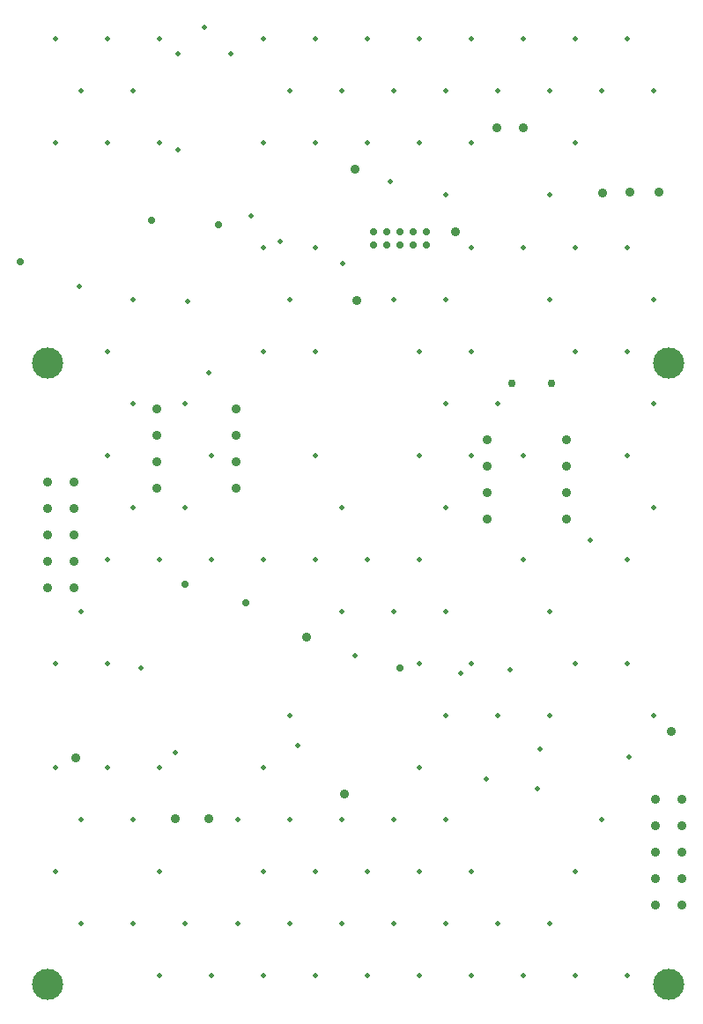
<source format=gbr>
%TF.GenerationSoftware,Altium Limited,Altium Designer,18.0.9 (584)*%
G04 Layer_Color=0*
%FSLAX26Y26*%
%MOIN*%
%TF.FileFunction,Plated,1,4,PTH,Drill*%
%TF.Part,Single*%
G01*
G75*
%TA.AperFunction,ComponentDrill*%
%ADD87C,0.035433*%
%ADD88C,0.035827*%
%ADD89C,0.035827*%
%ADD90C,0.030000*%
%ADD91C,0.020000*%
%ADD92C,0.035433*%
%TA.AperFunction,OtherDrill,Free Pad (150.11mil,150.11mil)*%
%ADD93C,0.118110*%
%TA.AperFunction,OtherDrill,Free Pad (2500.11mil,150.11mil)*%
%ADD94C,0.118110*%
%TA.AperFunction,OtherDrill,Free Pad (150.11mil,2500.11mil)*%
%ADD95C,0.118110*%
%TA.AperFunction,OtherDrill,Free Pad (2500.11mil,2500.11mil)*%
%ADD96C,0.118110*%
%TA.AperFunction,ComponentDrill*%
%ADD97C,0.028000*%
%TA.AperFunction,ViaDrill,NotFilled*%
%ADD98C,0.019685*%
%ADD99C,0.028000*%
%ADD100C,0.020000*%
D87*
X634913Y774110D02*
D03*
X1315110Y3231110D02*
D03*
X1323110Y2735110D02*
D03*
X2466110Y3145110D02*
D03*
X2355110Y3145110D02*
D03*
X2250110Y3143810D02*
D03*
X1694110Y2997110D02*
D03*
X1132110Y1463110D02*
D03*
X760110Y774110D02*
D03*
X257759Y1005858D02*
D03*
X1275110Y868110D02*
D03*
X2511110Y1107110D02*
D03*
D88*
X150110Y2050110D02*
D03*
Y1950110D02*
D03*
Y1850110D02*
D03*
Y1750110D02*
D03*
Y1650110D02*
D03*
X250110Y2050110D02*
D03*
Y1950110D02*
D03*
Y1850110D02*
D03*
Y1750110D02*
D03*
Y1650110D02*
D03*
X2450110Y850110D02*
D03*
Y750110D02*
D03*
Y650110D02*
D03*
Y550110D02*
D03*
Y450110D02*
D03*
X2550110Y850110D02*
D03*
Y750110D02*
D03*
Y650110D02*
D03*
Y550110D02*
D03*
Y450110D02*
D03*
D89*
X1952110Y3390110D02*
D03*
X1852110D02*
D03*
D90*
X2058338Y2423260D02*
D03*
X1908732D02*
D03*
D91*
X644110Y3669110D02*
D03*
X844110D02*
D03*
X744110Y3769110D02*
D03*
D92*
X1814134Y2209568D02*
D03*
Y2109568D02*
D03*
Y2009568D02*
D03*
Y1909568D02*
D03*
X2114134Y2209568D02*
D03*
Y2109568D02*
D03*
Y2009568D02*
D03*
Y1909568D02*
D03*
X866110Y2027110D02*
D03*
Y2127110D02*
D03*
Y2227110D02*
D03*
Y2327110D02*
D03*
X566110Y2027110D02*
D03*
Y2127110D02*
D03*
Y2227110D02*
D03*
Y2327110D02*
D03*
D93*
X150110Y150110D02*
D03*
D94*
X2500110D02*
D03*
D95*
X150110Y2500110D02*
D03*
D96*
X2500110D02*
D03*
D97*
X1585110Y2995112D02*
D03*
Y2945112D02*
D03*
X1535110Y2995112D02*
D03*
Y2945112D02*
D03*
X1485110Y2995112D02*
D03*
Y2945112D02*
D03*
X1435110Y2995112D02*
D03*
Y2945112D02*
D03*
X1385110Y2995112D02*
D03*
Y2945112D02*
D03*
D98*
X1903009Y1337474D02*
D03*
X1813252Y926110D02*
D03*
X2005362Y890110D02*
D03*
X2350110Y1010110D02*
D03*
X270110Y2790110D02*
D03*
X2205110Y1830110D02*
D03*
X2015488Y1038780D02*
D03*
X1713800Y1325110D02*
D03*
X645110Y3305110D02*
D03*
X1030110Y2960110D02*
D03*
X921110Y3055110D02*
D03*
X682110Y2732110D02*
D03*
X1447616Y3185110D02*
D03*
X1268110Y2876110D02*
D03*
X762110Y2463110D02*
D03*
X1099110Y1053110D02*
D03*
X1316110Y1392065D02*
D03*
X505110Y1344110D02*
D03*
X634922Y1024110D02*
D03*
D99*
X1485110Y1345110D02*
D03*
X900000Y1591492D02*
D03*
X672000Y1662000D02*
D03*
X49000Y2883000D02*
D03*
X797110Y3023110D02*
D03*
X544110Y3037362D02*
D03*
D100*
X279528Y377953D02*
D03*
X181102Y574803D02*
D03*
X279528Y771654D02*
D03*
X181102Y968504D02*
D03*
Y1362205D02*
D03*
X279528Y1559055D02*
D03*
X181102Y3330709D02*
D03*
X279528Y3527559D02*
D03*
X181102Y3724410D02*
D03*
X476378Y377953D02*
D03*
Y771654D02*
D03*
X377953Y968504D02*
D03*
Y1362205D02*
D03*
Y1755906D02*
D03*
X476378Y1952756D02*
D03*
X377953Y2149606D02*
D03*
X476378Y2346457D02*
D03*
X377953Y2543307D02*
D03*
X476378Y2740158D02*
D03*
X377953Y3330709D02*
D03*
X476378Y3527559D02*
D03*
X377953Y3724410D02*
D03*
X574803Y181102D02*
D03*
X673228Y377953D02*
D03*
X574803Y574803D02*
D03*
Y968504D02*
D03*
Y1755906D02*
D03*
X673228Y1952756D02*
D03*
Y2346457D02*
D03*
X574803Y3330709D02*
D03*
Y3724410D02*
D03*
X771654Y181102D02*
D03*
X870079Y377953D02*
D03*
Y771654D02*
D03*
X771654Y1755906D02*
D03*
Y2149606D02*
D03*
X968504Y181102D02*
D03*
X1066929Y377953D02*
D03*
X968504Y574803D02*
D03*
X1066929Y771654D02*
D03*
X968504Y968504D02*
D03*
X1066929Y1165354D02*
D03*
X968504Y1755906D02*
D03*
Y2543307D02*
D03*
X1066929Y2740158D02*
D03*
X968504Y2937008D02*
D03*
Y3330709D02*
D03*
X1066929Y3527559D02*
D03*
X968504Y3724410D02*
D03*
X1165354Y181102D02*
D03*
X1263780Y377953D02*
D03*
X1165354Y574803D02*
D03*
X1263780Y771654D02*
D03*
Y1559055D02*
D03*
X1165354Y1755906D02*
D03*
X1263780Y1952756D02*
D03*
X1165354Y2149606D02*
D03*
Y2543307D02*
D03*
Y2937008D02*
D03*
Y3330709D02*
D03*
X1263780Y3527559D02*
D03*
X1165354Y3724410D02*
D03*
X1362205Y181102D02*
D03*
X1460630Y377953D02*
D03*
X1362205Y574803D02*
D03*
X1460630Y771654D02*
D03*
Y1559055D02*
D03*
X1362205Y1755906D02*
D03*
X1460630Y2740158D02*
D03*
X1362205Y3330709D02*
D03*
X1460630Y3527559D02*
D03*
X1362205Y3724410D02*
D03*
X1559055Y181102D02*
D03*
X1657480Y377953D02*
D03*
X1559055Y574803D02*
D03*
X1657480Y771654D02*
D03*
X1559055Y968504D02*
D03*
X1657480Y1165354D02*
D03*
X1559055Y1362205D02*
D03*
X1657480Y1559055D02*
D03*
X1559055Y1755906D02*
D03*
X1657480Y1952756D02*
D03*
X1559055Y2149606D02*
D03*
X1657480Y2346457D02*
D03*
X1559055Y2543307D02*
D03*
X1657480Y2740158D02*
D03*
Y3133858D02*
D03*
X1559055Y3330709D02*
D03*
X1657480Y3527559D02*
D03*
X1559055Y3724410D02*
D03*
X1755906Y181102D02*
D03*
X1854331Y377953D02*
D03*
X1755906Y574803D02*
D03*
X1854331Y1165354D02*
D03*
X1755906Y1362205D02*
D03*
Y2149606D02*
D03*
X1854331Y2346457D02*
D03*
X1755906Y2543307D02*
D03*
Y2937008D02*
D03*
Y3330709D02*
D03*
X1854331Y3527559D02*
D03*
X1755906Y3724410D02*
D03*
X1952756Y181102D02*
D03*
X2051181Y377953D02*
D03*
Y1165354D02*
D03*
Y1559055D02*
D03*
X1952756Y1755906D02*
D03*
Y2149606D02*
D03*
X2051181Y2740158D02*
D03*
X1952756Y2937008D02*
D03*
X2051181Y3133858D02*
D03*
Y3527559D02*
D03*
X1952756Y3724410D02*
D03*
X2149606Y181102D02*
D03*
Y574803D02*
D03*
X2248032Y771654D02*
D03*
X2149606Y1362205D02*
D03*
Y2543307D02*
D03*
Y2937008D02*
D03*
Y3330709D02*
D03*
X2248032Y3527559D02*
D03*
X2149606Y3724410D02*
D03*
X2346457Y181102D02*
D03*
X2444882Y1165354D02*
D03*
X2346457Y1362205D02*
D03*
Y1755906D02*
D03*
X2444882Y1952756D02*
D03*
X2346457Y2149606D02*
D03*
X2444882Y2346457D02*
D03*
X2346457Y2543307D02*
D03*
X2444882Y2740158D02*
D03*
X2346457Y2937008D02*
D03*
X2444882Y3527559D02*
D03*
X2346457Y3724410D02*
D03*
%TF.MD5,6cb298698d88310c8619a065c807ad24*%
M02*

</source>
